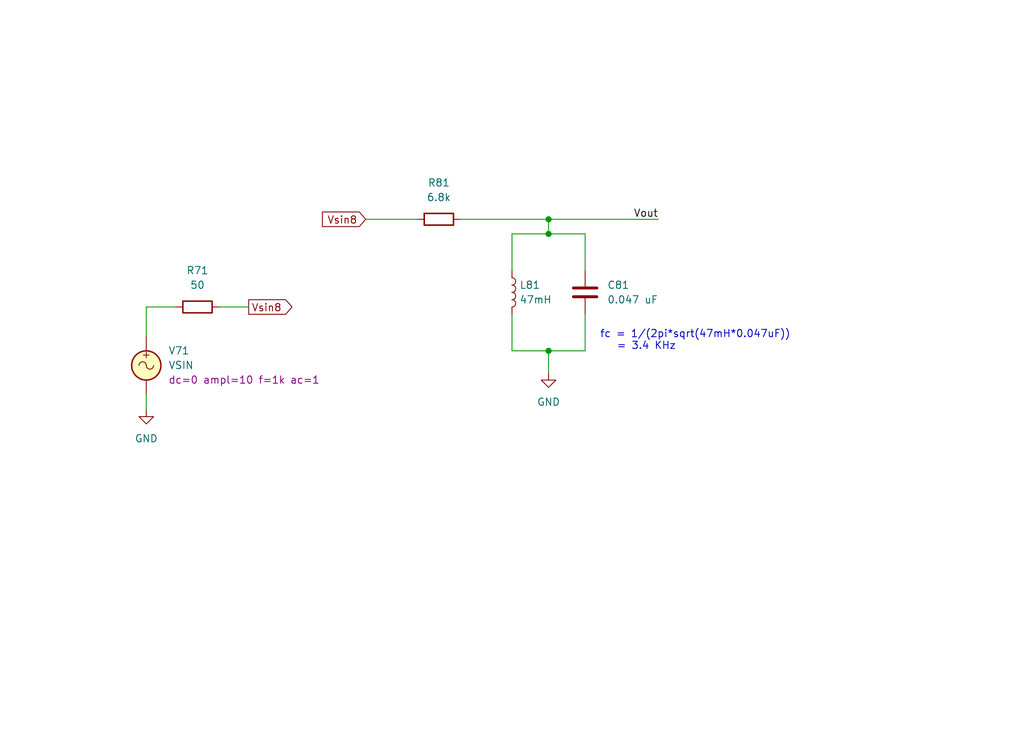
<source format=kicad_sch>
(kicad_sch (version 20230121) (generator eeschema)
  (paper "User" 177.8 127)
  (title_block (title "Parallel Resonant Filter") (date "2024-01-24") (rev "0") (company "Jim Horwitz & Mark Vaughn, Jork Incorporated"))
  (lib_symbols
    (symbol "Device:C" (pin_numbers hide) (pin_names (offset 0.254))
      (property "Reference" "C" (at 0.635 2.54 0))
      (property "Value" "C" (at 0.635 -2.54 0))
      (symbol "C_0_1"
        (polyline (pts (xy -2.032 -0.762) (xy 2.032 -0.762)) (stroke (width 0.508)))
        (polyline (pts (xy -2.032 0.762) (xy 2.032 0.762)) (stroke (width 0.508)))
      )
      (symbol "C_1_1"
        (pin passive line (at 0 3.81 270) (length 2.794) (name "~") (number "1"))
        (pin passive line (at 0 -3.81 90) (length 2.794) (name "~") (number "2"))
      )
    )
    (symbol "Device:L" (pin_numbers hide) (pin_names (offset 1.016) hide)
      (property "Reference" "L" (at -1.27 0 90))
      (property "Value" "L" (at 1.905 0 90))
      (symbol "L_0_1"
        (arc (start 0 -2.54) (mid 0.6323 -1.905) (end 0 -1.27))
        (arc (start 0 -1.27) (mid 0.6323 -0.635) (end 0 0))
        (arc (start 0 0) (mid 0.6323 0.635) (end 0 1.27))
        (arc (start 0 1.27) (mid 0.6323 1.905) (end 0 2.54))
      )
      (symbol "L_1_1"
        (pin passive line (at 0 3.81 270) (length 1.27) (name "1") (number "1"))
        (pin passive line (at 0 -3.81 90) (length 1.27) (name "2") (number "2"))
      )
    )
    (symbol "Device:R" (pin_numbers hide) (pin_names (offset 0))
      (property "Reference" "R" (at 2.032 0 90))
      (property "Value" "R" (at 0 0 90))
      (symbol "R_0_1"
        (rectangle (start -1.016 -2.54) (end 1.016 2.54) (stroke (width 0.254)))
      )
      (symbol "R_1_1"
        (pin passive line (at 0 3.81 270) (length 1.27) (name "~") (number "1"))
        (pin passive line (at 0 -3.81 90) (length 1.27) (name "~") (number "2"))
      )
    )
    (symbol "Simulation_SPICE:VSIN" (pin_numbers hide) (pin_names (offset 0.0254))
      (property "Reference" "V" (at 2.54 2.54 0))
      (property "Value" "VSIN" (at 2.54 0 0))
      (property "Sim.Params" "dc=0 ampl=1 f=1k ac=1" (at 2.54 -2.54 0))
      (symbol "VSIN_0_0"
        (arc (start 0 0) (mid -0.635 0.6323) (end -1.27 0))
        (arc (start 0 0) (mid 0.635 -0.6323) (end 1.27 0))
        (text "+" (at 0 1.905 0) (effects (font (size 1.27 1.27))))
      )
      (symbol "VSIN_0_1"
        (circle (center 0 0) (radius 2.54) (stroke (width 0.254)) (fill (type background)))
      )
      (symbol "VSIN_1_1"
        (pin passive line (at 0 5.08 270) (length 2.54) (name "~") (number "1"))
        (pin passive line (at 0 -5.08 90) (length 2.54) (name "~") (number "2"))
      )
    )
    (symbol "power:GND" (power) (pin_names (offset 0))
      (property "Value" "GND" (at 0 -3.81 0))
      (symbol "GND_0_1"
        (polyline (pts (xy 0 0) (xy 0 -1.27) (xy 1.27 -1.27) (xy 0 -2.54) (xy -1.27 -1.27) (xy 0 -1.27)))
      )
      (symbol "GND_1_1"
        (pin power_in line (at 0 0 270) (length 0) hide (name "GND") (number "1"))
      )
    )
  )
  (junction (at 95.25 40.64))
  (junction (at 95.25 60.96))
  (junction (at 95.25 38.1))
  (wire (pts (xy 95.25 60.96) (xy 101.6 60.96)))
  (wire (pts (xy 25.4 68.58) (xy 25.4 71.12)))
  (wire (pts (xy 88.9 40.64) (xy 88.9 46.99)))
  (wire (pts (xy 25.4 53.34) (xy 25.4 58.42)))
  (wire (pts (xy 95.25 38.1) (xy 95.25 40.64)))
  (wire (pts (xy 101.6 54.61) (xy 101.6 60.96)))
  (wire (pts (xy 30.48 53.34) (xy 25.4 53.34)))
  (wire (pts (xy 63.5 38.1) (xy 72.39 38.1)))
  (wire (pts (xy 95.25 60.96) (xy 88.9 60.96)))
  (wire (pts (xy 95.25 60.96) (xy 95.25 64.77)))
  (wire (pts (xy 101.6 46.99) (xy 101.6 40.64)))
  (wire (pts (xy 95.25 40.64) (xy 101.6 40.64)))
  (wire (pts (xy 80.01 38.1) (xy 95.25 38.1)))
  (wire (pts (xy 88.9 60.96) (xy 88.9 54.61)))
  (wire (pts (xy 95.25 38.1) (xy 114.3 38.1)))
  (wire (pts (xy 38.1 53.34) (xy 43.18 53.34)))
  (wire (pts (xy 88.9 40.64) (xy 95.25 40.64)))
  (text "fc = 1/(2pi*sqrt(47mH*0.047uF))\n   = 3.4 KHz" (at 104.14 60.96 0) (effects (font (size 1.27 1.27)) (justify left bottom)))
  (label "Vout" (at 114.3 38.1 180))
  (global_label "Vsin8" (shape input) (at 63.5 38.1 180) (property "Intersheetrefs" "${INTERSHEET_REFS}" (effects hide)))
  (global_label "Vsin8" (shape output) (at 43.18 53.34 0) (property "Intersheetrefs" "${INTERSHEET_REFS}" (effects hide)))
  (symbol (lib_id "Device:R") (at 76.2 38.1 90) (unit 1)
    (property "Reference" "R81" (at 76.2 31.75 90))
    (property "Value" "6.8k" (at 76.2 34.29 90))
  )
  (symbol (lib_id "power:GND") (at 25.4 71.12 0) (unit 1)
    (property "Reference" "#PWR09" (effects hide))
    (property "Value" "GND" (at 25.4 76.2 0))
    (instances (project "Lab01" (path "" (reference "#PWR09") (unit 1)) (path "" (reference "#PWR011") (unit 1))))
  )
  (symbol (lib_id "Device:C") (at 101.6 50.8 0) (unit 1)
    (property "Reference" "C81" (at 105.41 49.53 0) (effects (justify left)))
    (property "Value" "0.047 uF" (at 105.41 52.07 0) (effects (justify left)))
  )
  (symbol (lib_id "Device:R") (at 34.29 53.34 90) (unit 1)
    (property "Reference" "R71" (at 34.29 46.99 90))
    (property "Value" "50" (at 34.29 49.53 90))
    (instances (project "Lab01" (path "" (reference "R71") (unit 1)) (path "" (reference "R2") (unit 1))))
  )
  (symbol (lib_id "Simulation_SPICE:VSIN") (at 25.4 63.5 0) (unit 1)
    (property "Reference" "V71" (at 29.21 60.9242 0) (effects (justify left)))
    (property "Value" "VSIN" (at 29.21 63.4642 0) (effects (justify left)))
    (property "Sim.Pins" "1=+ 2=-" (effects hide))
    (property "Sim.Params" "dc=0 ampl=10 f=1k ac=1" (at 29.21 66.0042 0) (effects (justify left)))
    (property "Sim.Type" "SIN" (effects hide))
    (property "Sim.Device" "V" (effects hide))
    (instances (project "Lab01" (path "" (reference "V71") (unit 1)) (path "" (reference "V81") (unit 1))))
  )
  (symbol (lib_id "power:GND") (at 95.25 64.77 0) (unit 1)
    (property "Reference" "#PWR09" (effects hide))
    (property "Value" "GND" (at 95.25 69.85 0))
    (instances (project "Lab01" (path "" (reference "#PWR09") (unit 1)) (path "" (reference "#PWR012") (unit 1))))
  )
  (symbol (lib_id "Device:L") (at 88.9 50.8 0) (unit 1)
    (property "Reference" "L81" (at 90.17 49.53 0) (effects (justify left)))
    (property "Value" "47mH" (at 90.17 52.07 0) (effects (justify left)))
  )
)
</source>
